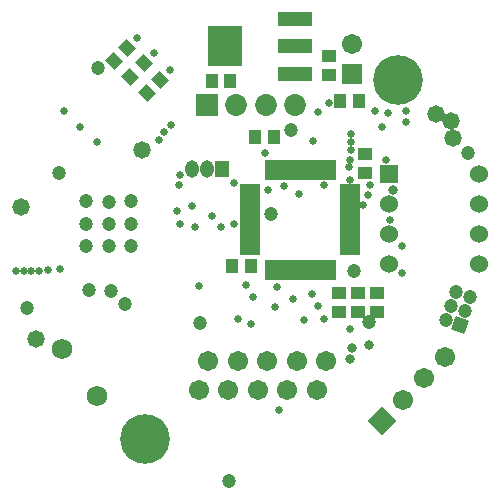
<source format=gts>
G04*
G04 #@! TF.GenerationSoftware,Altium Limited,Altium Designer,20.0.7 (75)*
G04*
G04 Layer_Color=8388736*
%FSLAX44Y44*%
%MOMM*%
G71*
G01*
G75*
%ADD26R,1.6764X0.4826*%
%ADD27R,0.4826X1.6764*%
%ADD28R,1.0668X1.1684*%
G04:AMPARAMS|DCode=29|XSize=1.0668mm|YSize=1.1684mm|CornerRadius=0mm|HoleSize=0mm|Usage=FLASHONLY|Rotation=225.000|XOffset=0mm|YOffset=0mm|HoleType=Round|Shape=Rectangle|*
%AMROTATEDRECTD29*
4,1,4,-0.0359,0.7903,0.7903,-0.0359,0.0359,-0.7903,-0.7903,0.0359,-0.0359,0.7903,0.0*
%
%ADD29ROTATEDRECTD29*%

%ADD30R,1.1684X1.0668*%
%ADD31R,2.9032X1.2032*%
%ADD32R,2.9032X3.5032*%
%ADD33R,1.2032X1.4732*%
%ADD34O,1.2032X1.4732*%
%ADD35C,1.5240*%
%ADD36R,1.5240X1.5240*%
%ADD37C,1.7032*%
%ADD38R,1.7032X1.7032*%
%ADD39C,1.7272*%
%ADD40R,1.8532X1.8532*%
%ADD41C,1.8532*%
%ADD42P,1.7016X4X385.0*%
%ADD43C,1.2032*%
%ADD44C,4.2032*%
%ADD45P,2.4087X4X90.0*%
%ADD46C,1.4732*%
%ADD47C,0.6532*%
%ADD48C,0.8032*%
D26*
X82164Y-4500D02*
D03*
Y500D02*
D03*
Y5500D02*
D03*
Y10500D02*
D03*
Y15500D02*
D03*
Y20500D02*
D03*
Y25500D02*
D03*
Y30500D02*
D03*
Y35500D02*
D03*
Y40500D02*
D03*
Y45500D02*
D03*
Y50500D02*
D03*
X-2164D02*
D03*
Y45500D02*
D03*
Y40500D02*
D03*
Y35500D02*
D03*
Y30500D02*
D03*
Y25500D02*
D03*
Y20500D02*
D03*
Y15500D02*
D03*
Y10500D02*
D03*
Y5500D02*
D03*
Y500D02*
D03*
Y-4500D02*
D03*
D27*
X67500Y65164D02*
D03*
X62500D02*
D03*
X57500D02*
D03*
X52500D02*
D03*
X47500D02*
D03*
X42500D02*
D03*
X37500D02*
D03*
X32500D02*
D03*
X27500D02*
D03*
X22500D02*
D03*
X17500D02*
D03*
X12500D02*
D03*
Y-19164D02*
D03*
X17500D02*
D03*
X22500D02*
D03*
X27500D02*
D03*
X32500D02*
D03*
X37500D02*
D03*
X42500D02*
D03*
X47500D02*
D03*
X52500D02*
D03*
X57500D02*
D03*
X62500D02*
D03*
X67500D02*
D03*
D28*
X18001Y93000D02*
D03*
X1999D02*
D03*
X-18999Y141000D02*
D03*
X-35001D02*
D03*
X74099Y123500D02*
D03*
X90101D02*
D03*
X-1999Y-16000D02*
D03*
X-18001D02*
D03*
D29*
X-78342Y141658D02*
D03*
X-89658Y130342D02*
D03*
X-103658Y144342D02*
D03*
X-92342Y155658D02*
D03*
X-106342Y168658D02*
D03*
X-117658Y157342D02*
D03*
D30*
X89000Y-38999D02*
D03*
Y-55001D02*
D03*
X105000D02*
D03*
Y-38999D02*
D03*
X73000Y-38999D02*
D03*
Y-55001D02*
D03*
X95000Y62999D02*
D03*
Y79001D02*
D03*
X64000Y162001D02*
D03*
Y145999D02*
D03*
D31*
X35500Y147000D02*
D03*
Y170000D02*
D03*
Y193000D02*
D03*
D32*
X-23500Y170000D02*
D03*
D33*
X-26600Y66300D02*
D03*
D34*
X-39300D02*
D03*
X-52000D02*
D03*
D35*
X191000Y62200D02*
D03*
Y36800D02*
D03*
Y11400D02*
D03*
Y-14000D02*
D03*
X114800D02*
D03*
Y11400D02*
D03*
Y36800D02*
D03*
D36*
Y62200D02*
D03*
D37*
X84000Y172000D02*
D03*
X54000Y-121000D02*
D03*
X29000D02*
D03*
X4000D02*
D03*
X-21000D02*
D03*
X-46000D02*
D03*
X162882Y-93118D02*
D03*
X144921Y-111079D02*
D03*
X126960Y-129039D02*
D03*
X62000Y-96000D02*
D03*
X37000D02*
D03*
X12000D02*
D03*
X-13000D02*
D03*
X-38000D02*
D03*
D38*
X84000Y146600D02*
D03*
D39*
X-161489Y-85849D02*
D03*
X-132100Y-126300D02*
D03*
D40*
X-39000Y120000D02*
D03*
D41*
X-14000D02*
D03*
X11000D02*
D03*
X36000D02*
D03*
D42*
X175313Y-65868D02*
D03*
D43*
X163379Y-61525D02*
D03*
X179656Y-53934D02*
D03*
X184000Y-42000D02*
D03*
X172066Y-37656D02*
D03*
X167722Y-49591D02*
D03*
X98148Y-63099D02*
D03*
X-191600Y-51700D02*
D03*
X-121700Y38500D02*
D03*
X-122200Y1200D02*
D03*
X-122100Y19800D02*
D03*
X-131000Y152000D02*
D03*
X182000Y80000D02*
D03*
X-103000Y39000D02*
D03*
X-141000D02*
D03*
Y20000D02*
D03*
X-103000D02*
D03*
Y1000D02*
D03*
X-141000D02*
D03*
X-119850Y-37000D02*
D03*
X-108000Y-48000D02*
D03*
X-139000Y-36000D02*
D03*
X-45000Y-64000D02*
D03*
X-20000Y-198000D02*
D03*
X32000Y99000D02*
D03*
X86000Y-20000D02*
D03*
X-164000Y63000D02*
D03*
X15500Y28164D02*
D03*
D44*
X-91700Y-162200D02*
D03*
X123000Y141700D02*
D03*
D45*
X109000Y-147000D02*
D03*
D46*
X155000Y113000D02*
D03*
X168018Y106612D02*
D03*
X169569Y92193D02*
D03*
X-93620Y81870D02*
D03*
X-184000Y-78000D02*
D03*
X-196000Y34000D02*
D03*
D47*
X-79200Y90900D02*
D03*
X-75100Y97300D02*
D03*
X-69400Y103600D02*
D03*
X-163300Y-18100D02*
D03*
X-180900Y-20000D02*
D03*
X-173200Y-19578D02*
D03*
X-200800Y-19900D02*
D03*
X-194000Y-20100D02*
D03*
X-187500Y-20300D02*
D03*
X109400Y101400D02*
D03*
X129500Y105600D02*
D03*
X103000Y115300D02*
D03*
X114600Y113400D02*
D03*
X97700Y44300D02*
D03*
X93100Y35900D02*
D03*
X99000Y53000D02*
D03*
X-64000Y31000D02*
D03*
X-63000Y53000D02*
D03*
X-62000Y61000D02*
D03*
X81750Y67500D02*
D03*
X60000Y53000D02*
D03*
X82000Y74000D02*
D03*
X83000Y82000D02*
D03*
X83000Y89000D02*
D03*
X83000Y96000D02*
D03*
X82000Y57000D02*
D03*
X116000Y23000D02*
D03*
X126000Y1000D02*
D03*
X112725Y74000D02*
D03*
X130000Y115000D02*
D03*
X126000Y-22000D02*
D03*
X55000Y114000D02*
D03*
X-52000Y35000D02*
D03*
X10000Y80000D02*
D03*
X-46000Y-33000D02*
D03*
X22000Y-138000D02*
D03*
X43000Y-62000D02*
D03*
X82000Y-69000D02*
D03*
X55000Y-50000D02*
D03*
X50000Y-40000D02*
D03*
X26000Y52000D02*
D03*
X39000Y45000D02*
D03*
X-16000Y54000D02*
D03*
X13000Y48000D02*
D03*
X-35000Y26000D02*
D03*
X-13000Y-61000D02*
D03*
X-6000Y-32000D02*
D03*
X0Y-42000D02*
D03*
X-2000Y-65000D02*
D03*
X-16000Y20000D02*
D03*
X-27000Y17000D02*
D03*
X-49000D02*
D03*
X-62000Y20000D02*
D03*
X60000Y-61000D02*
D03*
X51000Y90000D02*
D03*
X19000Y-50336D02*
D03*
X34000Y-44000D02*
D03*
X20000Y-34000D02*
D03*
X-132130Y89000D02*
D03*
X-146000Y102000D02*
D03*
X-160000Y114870D02*
D03*
X-98000Y177000D02*
D03*
X-84000Y164000D02*
D03*
X-70000Y150000D02*
D03*
X64000Y122000D02*
D03*
D48*
X119000Y48500D02*
D03*
X98000Y-83000D02*
D03*
X84000Y-85000D02*
D03*
X82000Y-95000D02*
D03*
M02*

</source>
